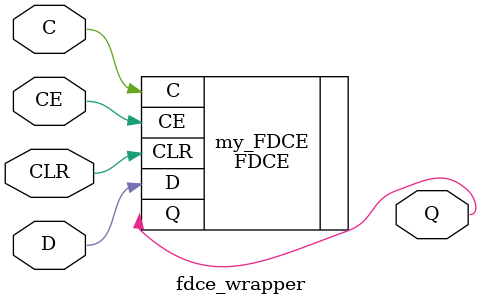
<source format=v>
`timescale 1 ns / 1 ps

module fdce_wrapper (
  output Q,
  
  input C,
  input CE,
  input CLR,
  input D
);

   FDCE my_FDCE (
		 .Q(Q),
		 .C(C),
		 .CE(CE),
		 .CLR(CLR),
		 .D(D)
		 );
   
   initial 
     begin
         $dumpfile("waveform.vcd");
         $dumpvars(0,fdce_wrapper);
     end

endmodule

</source>
